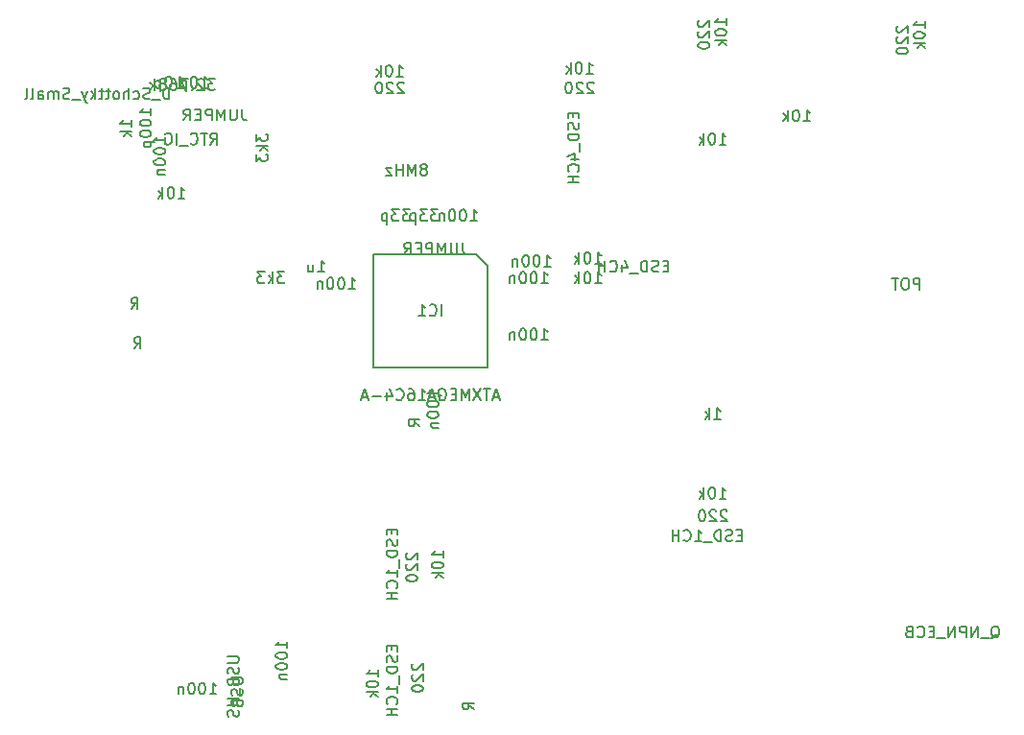
<source format=gbr>
G04 #@! TF.FileFunction,Other,Fab,Bot*
%FSLAX46Y46*%
G04 Gerber Fmt 4.6, Leading zero omitted, Abs format (unit mm)*
G04 Created by KiCad (PCBNEW 4.0.4+dfsg1-stable) date Tue Mar  7 14:42:26 2017*
%MOMM*%
%LPD*%
G01*
G04 APERTURE LIST*
%ADD10C,0.100000*%
%ADD11C,0.150000*%
G04 APERTURE END LIST*
D10*
D11*
X42836900Y47380100D02*
X33836900Y47380100D01*
X33836900Y47380100D02*
X33836900Y37380100D01*
X33836900Y37380100D02*
X43836900Y37380100D01*
X43836900Y37380100D02*
X43836900Y46380100D01*
X43836900Y46380100D02*
X42836900Y47380100D01*
X44860710Y34763433D02*
X44384519Y34763433D01*
X44955948Y34477719D02*
X44622615Y35477719D01*
X44289281Y34477719D01*
X44098805Y35477719D02*
X43527376Y35477719D01*
X43813091Y34477719D02*
X43813091Y35477719D01*
X43289281Y35477719D02*
X42622614Y34477719D01*
X42622614Y35477719D02*
X43289281Y34477719D01*
X42241662Y34477719D02*
X42241662Y35477719D01*
X41908328Y34763433D01*
X41574995Y35477719D01*
X41574995Y34477719D01*
X41098805Y35001529D02*
X40765471Y35001529D01*
X40622614Y34477719D02*
X41098805Y34477719D01*
X41098805Y35477719D01*
X40622614Y35477719D01*
X39670233Y35430100D02*
X39765471Y35477719D01*
X39908328Y35477719D01*
X40051186Y35430100D01*
X40146424Y35334862D01*
X40194043Y35239624D01*
X40241662Y35049148D01*
X40241662Y34906290D01*
X40194043Y34715814D01*
X40146424Y34620576D01*
X40051186Y34525338D01*
X39908328Y34477719D01*
X39813090Y34477719D01*
X39670233Y34525338D01*
X39622614Y34572957D01*
X39622614Y34906290D01*
X39813090Y34906290D01*
X39241662Y34763433D02*
X38765471Y34763433D01*
X39336900Y34477719D02*
X39003567Y35477719D01*
X38670233Y34477719D01*
X37813090Y34477719D02*
X38384519Y34477719D01*
X38098805Y34477719D02*
X38098805Y35477719D01*
X38194043Y35334862D01*
X38289281Y35239624D01*
X38384519Y35192005D01*
X36955947Y35477719D02*
X37146424Y35477719D01*
X37241662Y35430100D01*
X37289281Y35382481D01*
X37384519Y35239624D01*
X37432138Y35049148D01*
X37432138Y34668195D01*
X37384519Y34572957D01*
X37336900Y34525338D01*
X37241662Y34477719D01*
X37051185Y34477719D01*
X36955947Y34525338D01*
X36908328Y34572957D01*
X36860709Y34668195D01*
X36860709Y34906290D01*
X36908328Y35001529D01*
X36955947Y35049148D01*
X37051185Y35096767D01*
X37241662Y35096767D01*
X37336900Y35049148D01*
X37384519Y35001529D01*
X37432138Y34906290D01*
X35860709Y34572957D02*
X35908328Y34525338D01*
X36051185Y34477719D01*
X36146423Y34477719D01*
X36289281Y34525338D01*
X36384519Y34620576D01*
X36432138Y34715814D01*
X36479757Y34906290D01*
X36479757Y35049148D01*
X36432138Y35239624D01*
X36384519Y35334862D01*
X36289281Y35430100D01*
X36146423Y35477719D01*
X36051185Y35477719D01*
X35908328Y35430100D01*
X35860709Y35382481D01*
X35003566Y35144386D02*
X35003566Y34477719D01*
X35241662Y35525338D02*
X35479757Y34811052D01*
X34860709Y34811052D01*
X34479757Y34858671D02*
X33717852Y34858671D01*
X33289281Y34763433D02*
X32813090Y34763433D01*
X33384519Y34477719D02*
X33051186Y35477719D01*
X32717852Y34477719D01*
X39813090Y41927719D02*
X39813090Y42927719D01*
X38765471Y42022957D02*
X38813090Y41975338D01*
X38955947Y41927719D01*
X39051185Y41927719D01*
X39194043Y41975338D01*
X39289281Y42070576D01*
X39336900Y42165814D01*
X39384519Y42356290D01*
X39384519Y42499148D01*
X39336900Y42689624D01*
X39289281Y42784862D01*
X39194043Y42880100D01*
X39051185Y42927719D01*
X38955947Y42927719D01*
X38813090Y42880100D01*
X38765471Y42832481D01*
X37813090Y41927719D02*
X38384519Y41927719D01*
X38098805Y41927719D02*
X38098805Y42927719D01*
X38194043Y42784862D01*
X38289281Y42689624D01*
X38384519Y42642005D01*
X48619047Y44797619D02*
X49190476Y44797619D01*
X48904762Y44797619D02*
X48904762Y45797619D01*
X49000000Y45654762D01*
X49095238Y45559524D01*
X49190476Y45511905D01*
X48000000Y45797619D02*
X47904761Y45797619D01*
X47809523Y45750000D01*
X47761904Y45702381D01*
X47714285Y45607143D01*
X47666666Y45416667D01*
X47666666Y45178571D01*
X47714285Y44988095D01*
X47761904Y44892857D01*
X47809523Y44845238D01*
X47904761Y44797619D01*
X48000000Y44797619D01*
X48095238Y44845238D01*
X48142857Y44892857D01*
X48190476Y44988095D01*
X48238095Y45178571D01*
X48238095Y45416667D01*
X48190476Y45607143D01*
X48142857Y45702381D01*
X48095238Y45750000D01*
X48000000Y45797619D01*
X47047619Y45797619D02*
X46952380Y45797619D01*
X46857142Y45750000D01*
X46809523Y45702381D01*
X46761904Y45607143D01*
X46714285Y45416667D01*
X46714285Y45178571D01*
X46761904Y44988095D01*
X46809523Y44892857D01*
X46857142Y44845238D01*
X46952380Y44797619D01*
X47047619Y44797619D01*
X47142857Y44845238D01*
X47190476Y44892857D01*
X47238095Y44988095D01*
X47285714Y45178571D01*
X47285714Y45416667D01*
X47238095Y45607143D01*
X47190476Y45702381D01*
X47142857Y45750000D01*
X47047619Y45797619D01*
X46285714Y45464286D02*
X46285714Y44797619D01*
X46285714Y45369048D02*
X46238095Y45416667D01*
X46142857Y45464286D01*
X45999999Y45464286D01*
X45904761Y45416667D01*
X45857142Y45321429D01*
X45857142Y44797619D01*
X48869047Y46297619D02*
X49440476Y46297619D01*
X49154762Y46297619D02*
X49154762Y47297619D01*
X49250000Y47154762D01*
X49345238Y47059524D01*
X49440476Y47011905D01*
X48250000Y47297619D02*
X48154761Y47297619D01*
X48059523Y47250000D01*
X48011904Y47202381D01*
X47964285Y47107143D01*
X47916666Y46916667D01*
X47916666Y46678571D01*
X47964285Y46488095D01*
X48011904Y46392857D01*
X48059523Y46345238D01*
X48154761Y46297619D01*
X48250000Y46297619D01*
X48345238Y46345238D01*
X48392857Y46392857D01*
X48440476Y46488095D01*
X48488095Y46678571D01*
X48488095Y46916667D01*
X48440476Y47107143D01*
X48392857Y47202381D01*
X48345238Y47250000D01*
X48250000Y47297619D01*
X47297619Y47297619D02*
X47202380Y47297619D01*
X47107142Y47250000D01*
X47059523Y47202381D01*
X47011904Y47107143D01*
X46964285Y46916667D01*
X46964285Y46678571D01*
X47011904Y46488095D01*
X47059523Y46392857D01*
X47107142Y46345238D01*
X47202380Y46297619D01*
X47297619Y46297619D01*
X47392857Y46345238D01*
X47440476Y46392857D01*
X47488095Y46488095D01*
X47535714Y46678571D01*
X47535714Y46916667D01*
X47488095Y47107143D01*
X47440476Y47202381D01*
X47392857Y47250000D01*
X47297619Y47297619D01*
X46535714Y46964286D02*
X46535714Y46297619D01*
X46535714Y46869048D02*
X46488095Y46916667D01*
X46392857Y46964286D01*
X46249999Y46964286D01*
X46154761Y46916667D01*
X46107142Y46821429D01*
X46107142Y46297619D01*
X28916666Y45797619D02*
X29488095Y45797619D01*
X29202381Y45797619D02*
X29202381Y46797619D01*
X29297619Y46654762D01*
X29392857Y46559524D01*
X29488095Y46511905D01*
X28059523Y46464286D02*
X28059523Y45797619D01*
X28488095Y46464286D02*
X28488095Y45940476D01*
X28440476Y45845238D01*
X28345238Y45797619D01*
X28202380Y45797619D01*
X28107142Y45845238D01*
X28059523Y45892857D01*
X31619047Y44297619D02*
X32190476Y44297619D01*
X31904762Y44297619D02*
X31904762Y45297619D01*
X32000000Y45154762D01*
X32095238Y45059524D01*
X32190476Y45011905D01*
X31000000Y45297619D02*
X30904761Y45297619D01*
X30809523Y45250000D01*
X30761904Y45202381D01*
X30714285Y45107143D01*
X30666666Y44916667D01*
X30666666Y44678571D01*
X30714285Y44488095D01*
X30761904Y44392857D01*
X30809523Y44345238D01*
X30904761Y44297619D01*
X31000000Y44297619D01*
X31095238Y44345238D01*
X31142857Y44392857D01*
X31190476Y44488095D01*
X31238095Y44678571D01*
X31238095Y44916667D01*
X31190476Y45107143D01*
X31142857Y45202381D01*
X31095238Y45250000D01*
X31000000Y45297619D01*
X30047619Y45297619D02*
X29952380Y45297619D01*
X29857142Y45250000D01*
X29809523Y45202381D01*
X29761904Y45107143D01*
X29714285Y44916667D01*
X29714285Y44678571D01*
X29761904Y44488095D01*
X29809523Y44392857D01*
X29857142Y44345238D01*
X29952380Y44297619D01*
X30047619Y44297619D01*
X30142857Y44345238D01*
X30190476Y44392857D01*
X30238095Y44488095D01*
X30285714Y44678571D01*
X30285714Y44916667D01*
X30238095Y45107143D01*
X30190476Y45202381D01*
X30142857Y45250000D01*
X30047619Y45297619D01*
X29285714Y44964286D02*
X29285714Y44297619D01*
X29285714Y44869048D02*
X29238095Y44916667D01*
X29142857Y44964286D01*
X28999999Y44964286D01*
X28904761Y44916667D01*
X28857142Y44821429D01*
X28857142Y44297619D01*
X37011905Y51297619D02*
X36392857Y51297619D01*
X36726191Y50916667D01*
X36583333Y50916667D01*
X36488095Y50869048D01*
X36440476Y50821429D01*
X36392857Y50726190D01*
X36392857Y50488095D01*
X36440476Y50392857D01*
X36488095Y50345238D01*
X36583333Y50297619D01*
X36869048Y50297619D01*
X36964286Y50345238D01*
X37011905Y50392857D01*
X36059524Y51297619D02*
X35440476Y51297619D01*
X35773810Y50916667D01*
X35630952Y50916667D01*
X35535714Y50869048D01*
X35488095Y50821429D01*
X35440476Y50726190D01*
X35440476Y50488095D01*
X35488095Y50392857D01*
X35535714Y50345238D01*
X35630952Y50297619D01*
X35916667Y50297619D01*
X36011905Y50345238D01*
X36059524Y50392857D01*
X35011905Y50964286D02*
X35011905Y49964286D01*
X35011905Y50916667D02*
X34916667Y50964286D01*
X34726190Y50964286D01*
X34630952Y50916667D01*
X34583333Y50869048D01*
X34535714Y50773810D01*
X34535714Y50488095D01*
X34583333Y50392857D01*
X34630952Y50345238D01*
X34726190Y50297619D01*
X34916667Y50297619D01*
X35011905Y50345238D01*
X39511905Y51297619D02*
X38892857Y51297619D01*
X39226191Y50916667D01*
X39083333Y50916667D01*
X38988095Y50869048D01*
X38940476Y50821429D01*
X38892857Y50726190D01*
X38892857Y50488095D01*
X38940476Y50392857D01*
X38988095Y50345238D01*
X39083333Y50297619D01*
X39369048Y50297619D01*
X39464286Y50345238D01*
X39511905Y50392857D01*
X38559524Y51297619D02*
X37940476Y51297619D01*
X38273810Y50916667D01*
X38130952Y50916667D01*
X38035714Y50869048D01*
X37988095Y50821429D01*
X37940476Y50726190D01*
X37940476Y50488095D01*
X37988095Y50392857D01*
X38035714Y50345238D01*
X38130952Y50297619D01*
X38416667Y50297619D01*
X38511905Y50345238D01*
X38559524Y50392857D01*
X37511905Y50964286D02*
X37511905Y49964286D01*
X37511905Y50916667D02*
X37416667Y50964286D01*
X37226190Y50964286D01*
X37130952Y50916667D01*
X37083333Y50869048D01*
X37035714Y50773810D01*
X37035714Y50488095D01*
X37083333Y50392857D01*
X37130952Y50345238D01*
X37226190Y50297619D01*
X37416667Y50297619D01*
X37511905Y50345238D01*
X39552381Y34819047D02*
X39552381Y35390476D01*
X39552381Y35104762D02*
X38552381Y35104762D01*
X38695238Y35200000D01*
X38790476Y35295238D01*
X38838095Y35390476D01*
X38552381Y34200000D02*
X38552381Y34104761D01*
X38600000Y34009523D01*
X38647619Y33961904D01*
X38742857Y33914285D01*
X38933333Y33866666D01*
X39171429Y33866666D01*
X39361905Y33914285D01*
X39457143Y33961904D01*
X39504762Y34009523D01*
X39552381Y34104761D01*
X39552381Y34200000D01*
X39504762Y34295238D01*
X39457143Y34342857D01*
X39361905Y34390476D01*
X39171429Y34438095D01*
X38933333Y34438095D01*
X38742857Y34390476D01*
X38647619Y34342857D01*
X38600000Y34295238D01*
X38552381Y34200000D01*
X38552381Y33247619D02*
X38552381Y33152380D01*
X38600000Y33057142D01*
X38647619Y33009523D01*
X38742857Y32961904D01*
X38933333Y32914285D01*
X39171429Y32914285D01*
X39361905Y32961904D01*
X39457143Y33009523D01*
X39504762Y33057142D01*
X39552381Y33152380D01*
X39552381Y33247619D01*
X39504762Y33342857D01*
X39457143Y33390476D01*
X39361905Y33438095D01*
X39171429Y33485714D01*
X38933333Y33485714D01*
X38742857Y33438095D01*
X38647619Y33390476D01*
X38600000Y33342857D01*
X38552381Y33247619D01*
X38885714Y32485714D02*
X39552381Y32485714D01*
X38980952Y32485714D02*
X38933333Y32438095D01*
X38885714Y32342857D01*
X38885714Y32199999D01*
X38933333Y32104761D01*
X39028571Y32057142D01*
X39552381Y32057142D01*
X48619047Y39797619D02*
X49190476Y39797619D01*
X48904762Y39797619D02*
X48904762Y40797619D01*
X49000000Y40654762D01*
X49095238Y40559524D01*
X49190476Y40511905D01*
X48000000Y40797619D02*
X47904761Y40797619D01*
X47809523Y40750000D01*
X47761904Y40702381D01*
X47714285Y40607143D01*
X47666666Y40416667D01*
X47666666Y40178571D01*
X47714285Y39988095D01*
X47761904Y39892857D01*
X47809523Y39845238D01*
X47904761Y39797619D01*
X48000000Y39797619D01*
X48095238Y39845238D01*
X48142857Y39892857D01*
X48190476Y39988095D01*
X48238095Y40178571D01*
X48238095Y40416667D01*
X48190476Y40607143D01*
X48142857Y40702381D01*
X48095238Y40750000D01*
X48000000Y40797619D01*
X47047619Y40797619D02*
X46952380Y40797619D01*
X46857142Y40750000D01*
X46809523Y40702381D01*
X46761904Y40607143D01*
X46714285Y40416667D01*
X46714285Y40178571D01*
X46761904Y39988095D01*
X46809523Y39892857D01*
X46857142Y39845238D01*
X46952380Y39797619D01*
X47047619Y39797619D01*
X47142857Y39845238D01*
X47190476Y39892857D01*
X47238095Y39988095D01*
X47285714Y40178571D01*
X47285714Y40416667D01*
X47238095Y40607143D01*
X47190476Y40702381D01*
X47142857Y40750000D01*
X47047619Y40797619D01*
X46285714Y40464286D02*
X46285714Y39797619D01*
X46285714Y40369048D02*
X46238095Y40416667D01*
X46142857Y40464286D01*
X45999999Y40464286D01*
X45904761Y40416667D01*
X45857142Y40321429D01*
X45857142Y39797619D01*
X42369047Y50297619D02*
X42940476Y50297619D01*
X42654762Y50297619D02*
X42654762Y51297619D01*
X42750000Y51154762D01*
X42845238Y51059524D01*
X42940476Y51011905D01*
X41750000Y51297619D02*
X41654761Y51297619D01*
X41559523Y51250000D01*
X41511904Y51202381D01*
X41464285Y51107143D01*
X41416666Y50916667D01*
X41416666Y50678571D01*
X41464285Y50488095D01*
X41511904Y50392857D01*
X41559523Y50345238D01*
X41654761Y50297619D01*
X41750000Y50297619D01*
X41845238Y50345238D01*
X41892857Y50392857D01*
X41940476Y50488095D01*
X41988095Y50678571D01*
X41988095Y50916667D01*
X41940476Y51107143D01*
X41892857Y51202381D01*
X41845238Y51250000D01*
X41750000Y51297619D01*
X40797619Y51297619D02*
X40702380Y51297619D01*
X40607142Y51250000D01*
X40559523Y51202381D01*
X40511904Y51107143D01*
X40464285Y50916667D01*
X40464285Y50678571D01*
X40511904Y50488095D01*
X40559523Y50392857D01*
X40607142Y50345238D01*
X40702380Y50297619D01*
X40797619Y50297619D01*
X40892857Y50345238D01*
X40940476Y50392857D01*
X40988095Y50488095D01*
X41035714Y50678571D01*
X41035714Y50916667D01*
X40988095Y51107143D01*
X40940476Y51202381D01*
X40892857Y51250000D01*
X40797619Y51297619D01*
X40035714Y50964286D02*
X40035714Y50297619D01*
X40035714Y50869048D02*
X39988095Y50916667D01*
X39892857Y50964286D01*
X39749999Y50964286D01*
X39654761Y50916667D01*
X39607142Y50821429D01*
X39607142Y50297619D01*
X19369047Y8547619D02*
X19940476Y8547619D01*
X19654762Y8547619D02*
X19654762Y9547619D01*
X19750000Y9404762D01*
X19845238Y9309524D01*
X19940476Y9261905D01*
X18750000Y9547619D02*
X18654761Y9547619D01*
X18559523Y9500000D01*
X18511904Y9452381D01*
X18464285Y9357143D01*
X18416666Y9166667D01*
X18416666Y8928571D01*
X18464285Y8738095D01*
X18511904Y8642857D01*
X18559523Y8595238D01*
X18654761Y8547619D01*
X18750000Y8547619D01*
X18845238Y8595238D01*
X18892857Y8642857D01*
X18940476Y8738095D01*
X18988095Y8928571D01*
X18988095Y9166667D01*
X18940476Y9357143D01*
X18892857Y9452381D01*
X18845238Y9500000D01*
X18750000Y9547619D01*
X17797619Y9547619D02*
X17702380Y9547619D01*
X17607142Y9500000D01*
X17559523Y9452381D01*
X17511904Y9357143D01*
X17464285Y9166667D01*
X17464285Y8928571D01*
X17511904Y8738095D01*
X17559523Y8642857D01*
X17607142Y8595238D01*
X17702380Y8547619D01*
X17797619Y8547619D01*
X17892857Y8595238D01*
X17940476Y8642857D01*
X17988095Y8738095D01*
X18035714Y8928571D01*
X18035714Y9166667D01*
X17988095Y9357143D01*
X17940476Y9452381D01*
X17892857Y9500000D01*
X17797619Y9547619D01*
X17035714Y9214286D02*
X17035714Y8547619D01*
X17035714Y9119048D02*
X16988095Y9166667D01*
X16892857Y9214286D01*
X16749999Y9214286D01*
X16654761Y9166667D01*
X16607142Y9071429D01*
X16607142Y8547619D01*
X14202381Y59619047D02*
X14202381Y60190476D01*
X14202381Y59904762D02*
X13202381Y59904762D01*
X13345238Y60000000D01*
X13440476Y60095238D01*
X13488095Y60190476D01*
X13202381Y59000000D02*
X13202381Y58904761D01*
X13250000Y58809523D01*
X13297619Y58761904D01*
X13392857Y58714285D01*
X13583333Y58666666D01*
X13821429Y58666666D01*
X14011905Y58714285D01*
X14107143Y58761904D01*
X14154762Y58809523D01*
X14202381Y58904761D01*
X14202381Y59000000D01*
X14154762Y59095238D01*
X14107143Y59142857D01*
X14011905Y59190476D01*
X13821429Y59238095D01*
X13583333Y59238095D01*
X13392857Y59190476D01*
X13297619Y59142857D01*
X13250000Y59095238D01*
X13202381Y59000000D01*
X13202381Y58047619D02*
X13202381Y57952380D01*
X13250000Y57857142D01*
X13297619Y57809523D01*
X13392857Y57761904D01*
X13583333Y57714285D01*
X13821429Y57714285D01*
X14011905Y57761904D01*
X14107143Y57809523D01*
X14154762Y57857142D01*
X14202381Y57952380D01*
X14202381Y58047619D01*
X14154762Y58142857D01*
X14107143Y58190476D01*
X14011905Y58238095D01*
X13821429Y58285714D01*
X13583333Y58285714D01*
X13392857Y58238095D01*
X13297619Y58190476D01*
X13250000Y58142857D01*
X13202381Y58047619D01*
X13535714Y57285714D02*
X14535714Y57285714D01*
X13583333Y57285714D02*
X13535714Y57190476D01*
X13535714Y56999999D01*
X13583333Y56904761D01*
X13630952Y56857142D01*
X13726190Y56809523D01*
X14011905Y56809523D01*
X14107143Y56857142D01*
X14154762Y56904761D01*
X14202381Y56999999D01*
X14202381Y57190476D01*
X14154762Y57285714D01*
X15452381Y57119047D02*
X15452381Y57690476D01*
X15452381Y57404762D02*
X14452381Y57404762D01*
X14595238Y57500000D01*
X14690476Y57595238D01*
X14738095Y57690476D01*
X14452381Y56500000D02*
X14452381Y56404761D01*
X14500000Y56309523D01*
X14547619Y56261904D01*
X14642857Y56214285D01*
X14833333Y56166666D01*
X15071429Y56166666D01*
X15261905Y56214285D01*
X15357143Y56261904D01*
X15404762Y56309523D01*
X15452381Y56404761D01*
X15452381Y56500000D01*
X15404762Y56595238D01*
X15357143Y56642857D01*
X15261905Y56690476D01*
X15071429Y56738095D01*
X14833333Y56738095D01*
X14642857Y56690476D01*
X14547619Y56642857D01*
X14500000Y56595238D01*
X14452381Y56500000D01*
X14452381Y55547619D02*
X14452381Y55452380D01*
X14500000Y55357142D01*
X14547619Y55309523D01*
X14642857Y55261904D01*
X14833333Y55214285D01*
X15071429Y55214285D01*
X15261905Y55261904D01*
X15357143Y55309523D01*
X15404762Y55357142D01*
X15452381Y55452380D01*
X15452381Y55547619D01*
X15404762Y55642857D01*
X15357143Y55690476D01*
X15261905Y55738095D01*
X15071429Y55785714D01*
X14833333Y55785714D01*
X14642857Y55738095D01*
X14547619Y55690476D01*
X14500000Y55642857D01*
X14452381Y55547619D01*
X14785714Y54785714D02*
X15452381Y54785714D01*
X14880952Y54785714D02*
X14833333Y54738095D01*
X14785714Y54642857D01*
X14785714Y54499999D01*
X14833333Y54404761D01*
X14928571Y54357142D01*
X15452381Y54357142D01*
X18642857Y62047619D02*
X19214286Y62047619D01*
X18928572Y62047619D02*
X18928572Y63047619D01*
X19023810Y62904762D01*
X19119048Y62809524D01*
X19214286Y62761905D01*
X18023810Y63047619D02*
X17928571Y63047619D01*
X17833333Y63000000D01*
X17785714Y62952381D01*
X17738095Y62857143D01*
X17690476Y62666667D01*
X17690476Y62428571D01*
X17738095Y62238095D01*
X17785714Y62142857D01*
X17833333Y62095238D01*
X17928571Y62047619D01*
X18023810Y62047619D01*
X18119048Y62095238D01*
X18166667Y62142857D01*
X18214286Y62238095D01*
X18261905Y62428571D01*
X18261905Y62666667D01*
X18214286Y62857143D01*
X18166667Y62952381D01*
X18119048Y63000000D01*
X18023810Y63047619D01*
X17261905Y62714286D02*
X17261905Y61714286D01*
X17261905Y62666667D02*
X17166667Y62714286D01*
X16976190Y62714286D01*
X16880952Y62666667D01*
X16833333Y62619048D01*
X16785714Y62523810D01*
X16785714Y62238095D01*
X16833333Y62142857D01*
X16880952Y62095238D01*
X16976190Y62047619D01*
X17166667Y62047619D01*
X17261905Y62095238D01*
X16392857Y62047619D02*
X16964286Y62047619D01*
X16678572Y62047619D02*
X16678572Y63047619D01*
X16773810Y62904762D01*
X16869048Y62809524D01*
X16964286Y62761905D01*
X15773810Y63047619D02*
X15678571Y63047619D01*
X15583333Y63000000D01*
X15535714Y62952381D01*
X15488095Y62857143D01*
X15440476Y62666667D01*
X15440476Y62428571D01*
X15488095Y62238095D01*
X15535714Y62142857D01*
X15583333Y62095238D01*
X15678571Y62047619D01*
X15773810Y62047619D01*
X15869048Y62095238D01*
X15916667Y62142857D01*
X15964286Y62238095D01*
X16011905Y62428571D01*
X16011905Y62666667D01*
X15964286Y62857143D01*
X15916667Y62952381D01*
X15869048Y63000000D01*
X15773810Y63047619D01*
X15011905Y62714286D02*
X15011905Y61714286D01*
X15011905Y62666667D02*
X14916667Y62714286D01*
X14726190Y62714286D01*
X14630952Y62666667D01*
X14583333Y62619048D01*
X14535714Y62523810D01*
X14535714Y62238095D01*
X14583333Y62142857D01*
X14630952Y62095238D01*
X14726190Y62047619D01*
X14916667Y62047619D01*
X15011905Y62095238D01*
X15809525Y61047619D02*
X15809525Y62047619D01*
X15571430Y62047619D01*
X15428572Y62000000D01*
X15333334Y61904762D01*
X15285715Y61809524D01*
X15238096Y61619048D01*
X15238096Y61476190D01*
X15285715Y61285714D01*
X15333334Y61190476D01*
X15428572Y61095238D01*
X15571430Y61047619D01*
X15809525Y61047619D01*
X15047620Y60952381D02*
X14285715Y60952381D01*
X14095239Y61095238D02*
X13952382Y61047619D01*
X13714286Y61047619D01*
X13619048Y61095238D01*
X13571429Y61142857D01*
X13523810Y61238095D01*
X13523810Y61333333D01*
X13571429Y61428571D01*
X13619048Y61476190D01*
X13714286Y61523810D01*
X13904763Y61571429D01*
X14000001Y61619048D01*
X14047620Y61666667D01*
X14095239Y61761905D01*
X14095239Y61857143D01*
X14047620Y61952381D01*
X14000001Y62000000D01*
X13904763Y62047619D01*
X13666667Y62047619D01*
X13523810Y62000000D01*
X12666667Y61095238D02*
X12761905Y61047619D01*
X12952382Y61047619D01*
X13047620Y61095238D01*
X13095239Y61142857D01*
X13142858Y61238095D01*
X13142858Y61523810D01*
X13095239Y61619048D01*
X13047620Y61666667D01*
X12952382Y61714286D01*
X12761905Y61714286D01*
X12666667Y61666667D01*
X12238096Y61047619D02*
X12238096Y62047619D01*
X11809524Y61047619D02*
X11809524Y61571429D01*
X11857143Y61666667D01*
X11952381Y61714286D01*
X12095239Y61714286D01*
X12190477Y61666667D01*
X12238096Y61619048D01*
X11190477Y61047619D02*
X11285715Y61095238D01*
X11333334Y61142857D01*
X11380953Y61238095D01*
X11380953Y61523810D01*
X11333334Y61619048D01*
X11285715Y61666667D01*
X11190477Y61714286D01*
X11047619Y61714286D01*
X10952381Y61666667D01*
X10904762Y61619048D01*
X10857143Y61523810D01*
X10857143Y61238095D01*
X10904762Y61142857D01*
X10952381Y61095238D01*
X11047619Y61047619D01*
X11190477Y61047619D01*
X10571429Y61714286D02*
X10190477Y61714286D01*
X10428572Y62047619D02*
X10428572Y61190476D01*
X10380953Y61095238D01*
X10285715Y61047619D01*
X10190477Y61047619D01*
X10000000Y61714286D02*
X9619048Y61714286D01*
X9857143Y62047619D02*
X9857143Y61190476D01*
X9809524Y61095238D01*
X9714286Y61047619D01*
X9619048Y61047619D01*
X9285714Y61047619D02*
X9285714Y62047619D01*
X9190476Y61428571D02*
X8904761Y61047619D01*
X8904761Y61714286D02*
X9285714Y61333333D01*
X8571428Y61714286D02*
X8333333Y61047619D01*
X8095237Y61714286D02*
X8333333Y61047619D01*
X8428571Y60809524D01*
X8476190Y60761905D01*
X8571428Y60714286D01*
X7952380Y60952381D02*
X7190475Y60952381D01*
X6999999Y61095238D02*
X6857142Y61047619D01*
X6619046Y61047619D01*
X6523808Y61095238D01*
X6476189Y61142857D01*
X6428570Y61238095D01*
X6428570Y61333333D01*
X6476189Y61428571D01*
X6523808Y61476190D01*
X6619046Y61523810D01*
X6809523Y61571429D01*
X6904761Y61619048D01*
X6952380Y61666667D01*
X6999999Y61761905D01*
X6999999Y61857143D01*
X6952380Y61952381D01*
X6904761Y62000000D01*
X6809523Y62047619D01*
X6571427Y62047619D01*
X6428570Y62000000D01*
X5999999Y61047619D02*
X5999999Y61714286D01*
X5999999Y61619048D02*
X5952380Y61666667D01*
X5857142Y61714286D01*
X5714284Y61714286D01*
X5619046Y61666667D01*
X5571427Y61571429D01*
X5571427Y61047619D01*
X5571427Y61571429D02*
X5523808Y61666667D01*
X5428570Y61714286D01*
X5285713Y61714286D01*
X5190475Y61666667D01*
X5142856Y61571429D01*
X5142856Y61047619D01*
X4238094Y61047619D02*
X4238094Y61571429D01*
X4285713Y61666667D01*
X4380951Y61714286D01*
X4571428Y61714286D01*
X4666666Y61666667D01*
X4238094Y61095238D02*
X4333332Y61047619D01*
X4571428Y61047619D01*
X4666666Y61095238D01*
X4714285Y61190476D01*
X4714285Y61285714D01*
X4666666Y61380952D01*
X4571428Y61428571D01*
X4333332Y61428571D01*
X4238094Y61476190D01*
X3619047Y61047619D02*
X3714285Y61095238D01*
X3761904Y61190476D01*
X3761904Y62047619D01*
X3095237Y61047619D02*
X3190475Y61095238D01*
X3238094Y61190476D01*
X3238094Y62047619D01*
X59821429Y46321429D02*
X59488095Y46321429D01*
X59345238Y45797619D02*
X59821429Y45797619D01*
X59821429Y46797619D01*
X59345238Y46797619D01*
X58964286Y45845238D02*
X58821429Y45797619D01*
X58583333Y45797619D01*
X58488095Y45845238D01*
X58440476Y45892857D01*
X58392857Y45988095D01*
X58392857Y46083333D01*
X58440476Y46178571D01*
X58488095Y46226190D01*
X58583333Y46273810D01*
X58773810Y46321429D01*
X58869048Y46369048D01*
X58916667Y46416667D01*
X58964286Y46511905D01*
X58964286Y46607143D01*
X58916667Y46702381D01*
X58869048Y46750000D01*
X58773810Y46797619D01*
X58535714Y46797619D01*
X58392857Y46750000D01*
X57964286Y45797619D02*
X57964286Y46797619D01*
X57726191Y46797619D01*
X57583333Y46750000D01*
X57488095Y46654762D01*
X57440476Y46559524D01*
X57392857Y46369048D01*
X57392857Y46226190D01*
X57440476Y46035714D01*
X57488095Y45940476D01*
X57583333Y45845238D01*
X57726191Y45797619D01*
X57964286Y45797619D01*
X57202381Y45702381D02*
X56440476Y45702381D01*
X55773809Y46464286D02*
X55773809Y45797619D01*
X56011905Y46845238D02*
X56250000Y46130952D01*
X55630952Y46130952D01*
X54678571Y45892857D02*
X54726190Y45845238D01*
X54869047Y45797619D01*
X54964285Y45797619D01*
X55107143Y45845238D01*
X55202381Y45940476D01*
X55250000Y46035714D01*
X55297619Y46226190D01*
X55297619Y46369048D01*
X55250000Y46559524D01*
X55202381Y46654762D01*
X55107143Y46750000D01*
X54964285Y46797619D01*
X54869047Y46797619D01*
X54726190Y46750000D01*
X54678571Y46702381D01*
X54250000Y45797619D02*
X54250000Y46797619D01*
X54250000Y46321429D02*
X53678571Y46321429D01*
X53678571Y45797619D02*
X53678571Y46797619D01*
X51428571Y59821429D02*
X51428571Y59488095D01*
X51952381Y59345238D02*
X51952381Y59821429D01*
X50952381Y59821429D01*
X50952381Y59345238D01*
X51904762Y58964286D02*
X51952381Y58821429D01*
X51952381Y58583333D01*
X51904762Y58488095D01*
X51857143Y58440476D01*
X51761905Y58392857D01*
X51666667Y58392857D01*
X51571429Y58440476D01*
X51523810Y58488095D01*
X51476190Y58583333D01*
X51428571Y58773810D01*
X51380952Y58869048D01*
X51333333Y58916667D01*
X51238095Y58964286D01*
X51142857Y58964286D01*
X51047619Y58916667D01*
X51000000Y58869048D01*
X50952381Y58773810D01*
X50952381Y58535714D01*
X51000000Y58392857D01*
X51952381Y57964286D02*
X50952381Y57964286D01*
X50952381Y57726191D01*
X51000000Y57583333D01*
X51095238Y57488095D01*
X51190476Y57440476D01*
X51380952Y57392857D01*
X51523810Y57392857D01*
X51714286Y57440476D01*
X51809524Y57488095D01*
X51904762Y57583333D01*
X51952381Y57726191D01*
X51952381Y57964286D01*
X52047619Y57202381D02*
X52047619Y56440476D01*
X51285714Y55773809D02*
X51952381Y55773809D01*
X50904762Y56011905D02*
X51619048Y56250000D01*
X51619048Y55630952D01*
X51857143Y54678571D02*
X51904762Y54726190D01*
X51952381Y54869047D01*
X51952381Y54964285D01*
X51904762Y55107143D01*
X51809524Y55202381D01*
X51714286Y55250000D01*
X51523810Y55297619D01*
X51380952Y55297619D01*
X51190476Y55250000D01*
X51095238Y55202381D01*
X51000000Y55107143D01*
X50952381Y54964285D01*
X50952381Y54869047D01*
X51000000Y54726190D01*
X51047619Y54678571D01*
X51952381Y54250000D02*
X50952381Y54250000D01*
X51428571Y54250000D02*
X51428571Y53678571D01*
X51952381Y53678571D02*
X50952381Y53678571D01*
X20952381Y11892857D02*
X21761905Y11892857D01*
X21857143Y11845238D01*
X21904762Y11797619D01*
X21952381Y11702381D01*
X21952381Y11511904D01*
X21904762Y11416666D01*
X21857143Y11369047D01*
X21761905Y11321428D01*
X20952381Y11321428D01*
X21904762Y10892857D02*
X21952381Y10750000D01*
X21952381Y10511904D01*
X21904762Y10416666D01*
X21857143Y10369047D01*
X21761905Y10321428D01*
X21666667Y10321428D01*
X21571429Y10369047D01*
X21523810Y10416666D01*
X21476190Y10511904D01*
X21428571Y10702381D01*
X21380952Y10797619D01*
X21333333Y10845238D01*
X21238095Y10892857D01*
X21142857Y10892857D01*
X21047619Y10845238D01*
X21000000Y10797619D01*
X20952381Y10702381D01*
X20952381Y10464285D01*
X21000000Y10321428D01*
X21428571Y9559523D02*
X21476190Y9416666D01*
X21523810Y9369047D01*
X21619048Y9321428D01*
X21761905Y9321428D01*
X21857143Y9369047D01*
X21904762Y9416666D01*
X21952381Y9511904D01*
X21952381Y9892857D01*
X20952381Y9892857D01*
X20952381Y9559523D01*
X21000000Y9464285D01*
X21047619Y9416666D01*
X21142857Y9369047D01*
X21238095Y9369047D01*
X21333333Y9416666D01*
X21380952Y9464285D01*
X21428571Y9559523D01*
X21428571Y9892857D01*
X22047619Y9130952D02*
X22047619Y8369047D01*
X21952381Y8130952D02*
X20952381Y8130952D01*
X21428571Y8130952D02*
X21428571Y7559523D01*
X21952381Y7559523D02*
X20952381Y7559523D01*
X21904762Y7130952D02*
X21952381Y6988095D01*
X21952381Y6749999D01*
X21904762Y6654761D01*
X21857143Y6607142D01*
X21761905Y6559523D01*
X21666667Y6559523D01*
X21571429Y6607142D01*
X21523810Y6654761D01*
X21476190Y6749999D01*
X21428571Y6940476D01*
X21380952Y7035714D01*
X21333333Y7083333D01*
X21238095Y7130952D01*
X21142857Y7130952D01*
X21047619Y7083333D01*
X21000000Y7035714D01*
X20952381Y6940476D01*
X20952381Y6702380D01*
X21000000Y6559523D01*
X88280812Y13451401D02*
X88376050Y13499020D01*
X88471288Y13594258D01*
X88614145Y13737115D01*
X88709384Y13784734D01*
X88804622Y13784734D01*
X88757003Y13546639D02*
X88852241Y13594258D01*
X88947479Y13689496D01*
X88995098Y13879972D01*
X88995098Y14213306D01*
X88947479Y14403782D01*
X88852241Y14499020D01*
X88757003Y14546639D01*
X88566526Y14546639D01*
X88471288Y14499020D01*
X88376050Y14403782D01*
X88328431Y14213306D01*
X88328431Y13879972D01*
X88376050Y13689496D01*
X88471288Y13594258D01*
X88566526Y13546639D01*
X88757003Y13546639D01*
X88137955Y13451401D02*
X87376050Y13451401D01*
X87137955Y13546639D02*
X87137955Y14546639D01*
X86566526Y13546639D01*
X86566526Y14546639D01*
X86090336Y13546639D02*
X86090336Y14546639D01*
X85709383Y14546639D01*
X85614145Y14499020D01*
X85566526Y14451401D01*
X85518907Y14356163D01*
X85518907Y14213306D01*
X85566526Y14118068D01*
X85614145Y14070449D01*
X85709383Y14022830D01*
X86090336Y14022830D01*
X85090336Y13546639D02*
X85090336Y14546639D01*
X84518907Y13546639D01*
X84518907Y14546639D01*
X84280812Y13451401D02*
X83518907Y13451401D01*
X83280812Y14070449D02*
X82947478Y14070449D01*
X82804621Y13546639D02*
X83280812Y13546639D01*
X83280812Y14546639D01*
X82804621Y14546639D01*
X81804621Y13641877D02*
X81852240Y13594258D01*
X81995097Y13546639D01*
X82090335Y13546639D01*
X82233193Y13594258D01*
X82328431Y13689496D01*
X82376050Y13784734D01*
X82423669Y13975210D01*
X82423669Y14118068D01*
X82376050Y14308544D01*
X82328431Y14403782D01*
X82233193Y14499020D01*
X82090335Y14546639D01*
X81995097Y14546639D01*
X81852240Y14499020D01*
X81804621Y14451401D01*
X81042716Y14070449D02*
X80899859Y14022830D01*
X80852240Y13975210D01*
X80804621Y13879972D01*
X80804621Y13737115D01*
X80852240Y13641877D01*
X80899859Y13594258D01*
X80995097Y13546639D01*
X81376050Y13546639D01*
X81376050Y14546639D01*
X81042716Y14546639D01*
X80947478Y14499020D01*
X80899859Y14451401D01*
X80852240Y14356163D01*
X80852240Y14260925D01*
X80899859Y14165687D01*
X80947478Y14118068D01*
X81042716Y14070449D01*
X81376050Y14070449D01*
X53345238Y44797619D02*
X53916667Y44797619D01*
X53630953Y44797619D02*
X53630953Y45797619D01*
X53726191Y45654762D01*
X53821429Y45559524D01*
X53916667Y45511905D01*
X52726191Y45797619D02*
X52630952Y45797619D01*
X52535714Y45750000D01*
X52488095Y45702381D01*
X52440476Y45607143D01*
X52392857Y45416667D01*
X52392857Y45178571D01*
X52440476Y44988095D01*
X52488095Y44892857D01*
X52535714Y44845238D01*
X52630952Y44797619D01*
X52726191Y44797619D01*
X52821429Y44845238D01*
X52869048Y44892857D01*
X52916667Y44988095D01*
X52964286Y45178571D01*
X52964286Y45416667D01*
X52916667Y45607143D01*
X52869048Y45702381D01*
X52821429Y45750000D01*
X52726191Y45797619D01*
X51964286Y44797619D02*
X51964286Y45797619D01*
X51869048Y45178571D02*
X51583333Y44797619D01*
X51583333Y45464286D02*
X51964286Y45083333D01*
X71745238Y59097619D02*
X72316667Y59097619D01*
X72030953Y59097619D02*
X72030953Y60097619D01*
X72126191Y59954762D01*
X72221429Y59859524D01*
X72316667Y59811905D01*
X71126191Y60097619D02*
X71030952Y60097619D01*
X70935714Y60050000D01*
X70888095Y60002381D01*
X70840476Y59907143D01*
X70792857Y59716667D01*
X70792857Y59478571D01*
X70840476Y59288095D01*
X70888095Y59192857D01*
X70935714Y59145238D01*
X71030952Y59097619D01*
X71126191Y59097619D01*
X71221429Y59145238D01*
X71269048Y59192857D01*
X71316667Y59288095D01*
X71364286Y59478571D01*
X71364286Y59716667D01*
X71316667Y59907143D01*
X71269048Y60002381D01*
X71221429Y60050000D01*
X71126191Y60097619D01*
X70364286Y59097619D02*
X70364286Y60097619D01*
X70269048Y59478571D02*
X69983333Y59097619D01*
X69983333Y59764286D02*
X70364286Y59383333D01*
X80047619Y67488095D02*
X80000000Y67440476D01*
X79952381Y67345238D01*
X79952381Y67107142D01*
X80000000Y67011904D01*
X80047619Y66964285D01*
X80142857Y66916666D01*
X80238095Y66916666D01*
X80380952Y66964285D01*
X80952381Y67535714D01*
X80952381Y66916666D01*
X80047619Y66535714D02*
X80000000Y66488095D01*
X79952381Y66392857D01*
X79952381Y66154761D01*
X80000000Y66059523D01*
X80047619Y66011904D01*
X80142857Y65964285D01*
X80238095Y65964285D01*
X80380952Y66011904D01*
X80952381Y66583333D01*
X80952381Y65964285D01*
X79952381Y65345238D02*
X79952381Y65249999D01*
X80000000Y65154761D01*
X80047619Y65107142D01*
X80142857Y65059523D01*
X80333333Y65011904D01*
X80571429Y65011904D01*
X80761905Y65059523D01*
X80857143Y65107142D01*
X80904762Y65154761D01*
X80952381Y65249999D01*
X80952381Y65345238D01*
X80904762Y65440476D01*
X80857143Y65488095D01*
X80761905Y65535714D01*
X80571429Y65583333D01*
X80333333Y65583333D01*
X80142857Y65535714D01*
X80047619Y65488095D01*
X80000000Y65440476D01*
X79952381Y65345238D01*
X62547619Y67988095D02*
X62500000Y67940476D01*
X62452381Y67845238D01*
X62452381Y67607142D01*
X62500000Y67511904D01*
X62547619Y67464285D01*
X62642857Y67416666D01*
X62738095Y67416666D01*
X62880952Y67464285D01*
X63452381Y68035714D01*
X63452381Y67416666D01*
X62547619Y67035714D02*
X62500000Y66988095D01*
X62452381Y66892857D01*
X62452381Y66654761D01*
X62500000Y66559523D01*
X62547619Y66511904D01*
X62642857Y66464285D01*
X62738095Y66464285D01*
X62880952Y66511904D01*
X63452381Y67083333D01*
X63452381Y66464285D01*
X62452381Y65845238D02*
X62452381Y65749999D01*
X62500000Y65654761D01*
X62547619Y65607142D01*
X62642857Y65559523D01*
X62833333Y65511904D01*
X63071429Y65511904D01*
X63261905Y65559523D01*
X63357143Y65607142D01*
X63404762Y65654761D01*
X63452381Y65749999D01*
X63452381Y65845238D01*
X63404762Y65940476D01*
X63357143Y65988095D01*
X63261905Y66035714D01*
X63071429Y66083333D01*
X62833333Y66083333D01*
X62642857Y66035714D01*
X62547619Y65988095D01*
X62500000Y65940476D01*
X62452381Y65845238D01*
X64988095Y24702381D02*
X64940476Y24750000D01*
X64845238Y24797619D01*
X64607142Y24797619D01*
X64511904Y24750000D01*
X64464285Y24702381D01*
X64416666Y24607143D01*
X64416666Y24511905D01*
X64464285Y24369048D01*
X65035714Y23797619D01*
X64416666Y23797619D01*
X64035714Y24702381D02*
X63988095Y24750000D01*
X63892857Y24797619D01*
X63654761Y24797619D01*
X63559523Y24750000D01*
X63511904Y24702381D01*
X63464285Y24607143D01*
X63464285Y24511905D01*
X63511904Y24369048D01*
X64083333Y23797619D01*
X63464285Y23797619D01*
X62845238Y24797619D02*
X62749999Y24797619D01*
X62654761Y24750000D01*
X62607142Y24702381D01*
X62559523Y24607143D01*
X62511904Y24416667D01*
X62511904Y24178571D01*
X62559523Y23988095D01*
X62607142Y23892857D01*
X62654761Y23845238D01*
X62749999Y23797619D01*
X62845238Y23797619D01*
X62940476Y23845238D01*
X62988095Y23892857D01*
X63035714Y23988095D01*
X63083333Y24178571D01*
X63083333Y24416667D01*
X63035714Y24607143D01*
X62988095Y24702381D01*
X62940476Y24750000D01*
X62845238Y24797619D01*
X82452381Y67345238D02*
X82452381Y67916667D01*
X82452381Y67630953D02*
X81452381Y67630953D01*
X81595238Y67726191D01*
X81690476Y67821429D01*
X81738095Y67916667D01*
X81452381Y66726191D02*
X81452381Y66630952D01*
X81500000Y66535714D01*
X81547619Y66488095D01*
X81642857Y66440476D01*
X81833333Y66392857D01*
X82071429Y66392857D01*
X82261905Y66440476D01*
X82357143Y66488095D01*
X82404762Y66535714D01*
X82452381Y66630952D01*
X82452381Y66726191D01*
X82404762Y66821429D01*
X82357143Y66869048D01*
X82261905Y66916667D01*
X82071429Y66964286D01*
X81833333Y66964286D01*
X81642857Y66916667D01*
X81547619Y66869048D01*
X81500000Y66821429D01*
X81452381Y66726191D01*
X82452381Y65964286D02*
X81452381Y65964286D01*
X82071429Y65869048D02*
X82452381Y65583333D01*
X81785714Y65583333D02*
X82166667Y65964286D01*
X64952381Y67595238D02*
X64952381Y68166667D01*
X64952381Y67880953D02*
X63952381Y67880953D01*
X64095238Y67976191D01*
X64190476Y68071429D01*
X64238095Y68166667D01*
X63952381Y66976191D02*
X63952381Y66880952D01*
X64000000Y66785714D01*
X64047619Y66738095D01*
X64142857Y66690476D01*
X64333333Y66642857D01*
X64571429Y66642857D01*
X64761905Y66690476D01*
X64857143Y66738095D01*
X64904762Y66785714D01*
X64952381Y66880952D01*
X64952381Y66976191D01*
X64904762Y67071429D01*
X64857143Y67119048D01*
X64761905Y67166667D01*
X64571429Y67214286D01*
X64333333Y67214286D01*
X64142857Y67166667D01*
X64047619Y67119048D01*
X64000000Y67071429D01*
X63952381Y66976191D01*
X64952381Y66214286D02*
X63952381Y66214286D01*
X64571429Y66119048D02*
X64952381Y65833333D01*
X64285714Y65833333D02*
X64666667Y66214286D01*
X64345238Y25797619D02*
X64916667Y25797619D01*
X64630953Y25797619D02*
X64630953Y26797619D01*
X64726191Y26654762D01*
X64821429Y26559524D01*
X64916667Y26511905D01*
X63726191Y26797619D02*
X63630952Y26797619D01*
X63535714Y26750000D01*
X63488095Y26702381D01*
X63440476Y26607143D01*
X63392857Y26416667D01*
X63392857Y26178571D01*
X63440476Y25988095D01*
X63488095Y25892857D01*
X63535714Y25845238D01*
X63630952Y25797619D01*
X63726191Y25797619D01*
X63821429Y25845238D01*
X63869048Y25892857D01*
X63916667Y25988095D01*
X63964286Y26178571D01*
X63964286Y26416667D01*
X63916667Y26607143D01*
X63869048Y26702381D01*
X63821429Y26750000D01*
X63726191Y26797619D01*
X62964286Y25797619D02*
X62964286Y26797619D01*
X62869048Y26178571D02*
X62583333Y25797619D01*
X62583333Y26464286D02*
X62964286Y26083333D01*
X64345238Y57047619D02*
X64916667Y57047619D01*
X64630953Y57047619D02*
X64630953Y58047619D01*
X64726191Y57904762D01*
X64821429Y57809524D01*
X64916667Y57761905D01*
X63726191Y58047619D02*
X63630952Y58047619D01*
X63535714Y58000000D01*
X63488095Y57952381D01*
X63440476Y57857143D01*
X63392857Y57666667D01*
X63392857Y57428571D01*
X63440476Y57238095D01*
X63488095Y57142857D01*
X63535714Y57095238D01*
X63630952Y57047619D01*
X63726191Y57047619D01*
X63821429Y57095238D01*
X63869048Y57142857D01*
X63916667Y57238095D01*
X63964286Y57428571D01*
X63964286Y57666667D01*
X63916667Y57857143D01*
X63869048Y57952381D01*
X63821429Y58000000D01*
X63726191Y58047619D01*
X62964286Y57047619D02*
X62964286Y58047619D01*
X62869048Y57428571D02*
X62583333Y57047619D01*
X62583333Y57714286D02*
X62964286Y57333333D01*
X36488095Y62452381D02*
X36440476Y62500000D01*
X36345238Y62547619D01*
X36107142Y62547619D01*
X36011904Y62500000D01*
X35964285Y62452381D01*
X35916666Y62357143D01*
X35916666Y62261905D01*
X35964285Y62119048D01*
X36535714Y61547619D01*
X35916666Y61547619D01*
X35535714Y62452381D02*
X35488095Y62500000D01*
X35392857Y62547619D01*
X35154761Y62547619D01*
X35059523Y62500000D01*
X35011904Y62452381D01*
X34964285Y62357143D01*
X34964285Y62261905D01*
X35011904Y62119048D01*
X35583333Y61547619D01*
X34964285Y61547619D01*
X34345238Y62547619D02*
X34249999Y62547619D01*
X34154761Y62500000D01*
X34107142Y62452381D01*
X34059523Y62357143D01*
X34011904Y62166667D01*
X34011904Y61928571D01*
X34059523Y61738095D01*
X34107142Y61642857D01*
X34154761Y61595238D01*
X34249999Y61547619D01*
X34345238Y61547619D01*
X34440476Y61595238D01*
X34488095Y61642857D01*
X34535714Y61738095D01*
X34583333Y61928571D01*
X34583333Y62166667D01*
X34535714Y62357143D01*
X34488095Y62452381D01*
X34440476Y62500000D01*
X34345238Y62547619D01*
X53238095Y62452381D02*
X53190476Y62500000D01*
X53095238Y62547619D01*
X52857142Y62547619D01*
X52761904Y62500000D01*
X52714285Y62452381D01*
X52666666Y62357143D01*
X52666666Y62261905D01*
X52714285Y62119048D01*
X53285714Y61547619D01*
X52666666Y61547619D01*
X52285714Y62452381D02*
X52238095Y62500000D01*
X52142857Y62547619D01*
X51904761Y62547619D01*
X51809523Y62500000D01*
X51761904Y62452381D01*
X51714285Y62357143D01*
X51714285Y62261905D01*
X51761904Y62119048D01*
X52333333Y61547619D01*
X51714285Y61547619D01*
X51095238Y62547619D02*
X50999999Y62547619D01*
X50904761Y62500000D01*
X50857142Y62452381D01*
X50809523Y62357143D01*
X50761904Y62166667D01*
X50761904Y61928571D01*
X50809523Y61738095D01*
X50857142Y61642857D01*
X50904761Y61595238D01*
X50999999Y61547619D01*
X51095238Y61547619D01*
X51190476Y61595238D01*
X51238095Y61642857D01*
X51285714Y61738095D01*
X51333333Y61928571D01*
X51333333Y62166667D01*
X51285714Y62357143D01*
X51238095Y62452381D01*
X51190476Y62500000D01*
X51095238Y62547619D01*
X53345238Y46547619D02*
X53916667Y46547619D01*
X53630953Y46547619D02*
X53630953Y47547619D01*
X53726191Y47404762D01*
X53821429Y47309524D01*
X53916667Y47261905D01*
X52726191Y47547619D02*
X52630952Y47547619D01*
X52535714Y47500000D01*
X52488095Y47452381D01*
X52440476Y47357143D01*
X52392857Y47166667D01*
X52392857Y46928571D01*
X52440476Y46738095D01*
X52488095Y46642857D01*
X52535714Y46595238D01*
X52630952Y46547619D01*
X52726191Y46547619D01*
X52821429Y46595238D01*
X52869048Y46642857D01*
X52916667Y46738095D01*
X52964286Y46928571D01*
X52964286Y47166667D01*
X52916667Y47357143D01*
X52869048Y47452381D01*
X52821429Y47500000D01*
X52726191Y47547619D01*
X51964286Y46547619D02*
X51964286Y47547619D01*
X51869048Y46928571D02*
X51583333Y46547619D01*
X51583333Y47214286D02*
X51964286Y46833333D01*
X35845238Y63047619D02*
X36416667Y63047619D01*
X36130953Y63047619D02*
X36130953Y64047619D01*
X36226191Y63904762D01*
X36321429Y63809524D01*
X36416667Y63761905D01*
X35226191Y64047619D02*
X35130952Y64047619D01*
X35035714Y64000000D01*
X34988095Y63952381D01*
X34940476Y63857143D01*
X34892857Y63666667D01*
X34892857Y63428571D01*
X34940476Y63238095D01*
X34988095Y63142857D01*
X35035714Y63095238D01*
X35130952Y63047619D01*
X35226191Y63047619D01*
X35321429Y63095238D01*
X35369048Y63142857D01*
X35416667Y63238095D01*
X35464286Y63428571D01*
X35464286Y63666667D01*
X35416667Y63857143D01*
X35369048Y63952381D01*
X35321429Y64000000D01*
X35226191Y64047619D01*
X34464286Y63047619D02*
X34464286Y64047619D01*
X34369048Y63428571D02*
X34083333Y63047619D01*
X34083333Y63714286D02*
X34464286Y63333333D01*
X52595238Y63297619D02*
X53166667Y63297619D01*
X52880953Y63297619D02*
X52880953Y64297619D01*
X52976191Y64154762D01*
X53071429Y64059524D01*
X53166667Y64011905D01*
X51976191Y64297619D02*
X51880952Y64297619D01*
X51785714Y64250000D01*
X51738095Y64202381D01*
X51690476Y64107143D01*
X51642857Y63916667D01*
X51642857Y63678571D01*
X51690476Y63488095D01*
X51738095Y63392857D01*
X51785714Y63345238D01*
X51880952Y63297619D01*
X51976191Y63297619D01*
X52071429Y63345238D01*
X52119048Y63392857D01*
X52166667Y63488095D01*
X52214286Y63678571D01*
X52214286Y63916667D01*
X52166667Y64107143D01*
X52119048Y64202381D01*
X52071429Y64250000D01*
X51976191Y64297619D01*
X51214286Y63297619D02*
X51214286Y64297619D01*
X51119048Y63678571D02*
X50833333Y63297619D01*
X50833333Y63964286D02*
X51214286Y63583333D01*
X12690476Y39047619D02*
X13023810Y39523810D01*
X13261905Y39047619D02*
X13261905Y40047619D01*
X12880952Y40047619D01*
X12785714Y40000000D01*
X12738095Y39952381D01*
X12690476Y39857143D01*
X12690476Y39714286D01*
X12738095Y39619048D01*
X12785714Y39571429D01*
X12880952Y39523810D01*
X13261905Y39523810D01*
X12440476Y42547619D02*
X12773810Y43023810D01*
X13011905Y42547619D02*
X13011905Y43547619D01*
X12630952Y43547619D01*
X12535714Y43500000D01*
X12488095Y43452381D01*
X12440476Y43357143D01*
X12440476Y43214286D01*
X12488095Y43119048D01*
X12535714Y43071429D01*
X12630952Y43023810D01*
X13011905Y43023810D01*
X25964286Y45797619D02*
X25345238Y45797619D01*
X25678572Y45416667D01*
X25535714Y45416667D01*
X25440476Y45369048D01*
X25392857Y45321429D01*
X25345238Y45226190D01*
X25345238Y44988095D01*
X25392857Y44892857D01*
X25440476Y44845238D01*
X25535714Y44797619D01*
X25821429Y44797619D01*
X25916667Y44845238D01*
X25964286Y44892857D01*
X24916667Y44797619D02*
X24916667Y45797619D01*
X24821429Y45178571D02*
X24535714Y44797619D01*
X24535714Y45464286D02*
X24916667Y45083333D01*
X24202381Y45797619D02*
X23583333Y45797619D01*
X23916667Y45416667D01*
X23773809Y45416667D01*
X23678571Y45369048D01*
X23630952Y45321429D01*
X23583333Y45226190D01*
X23583333Y44988095D01*
X23630952Y44892857D01*
X23678571Y44845238D01*
X23773809Y44797619D01*
X24059524Y44797619D01*
X24154762Y44845238D01*
X24202381Y44892857D01*
X23452381Y57964286D02*
X23452381Y57345238D01*
X23833333Y57678572D01*
X23833333Y57535714D01*
X23880952Y57440476D01*
X23928571Y57392857D01*
X24023810Y57345238D01*
X24261905Y57345238D01*
X24357143Y57392857D01*
X24404762Y57440476D01*
X24452381Y57535714D01*
X24452381Y57821429D01*
X24404762Y57916667D01*
X24357143Y57964286D01*
X24452381Y56916667D02*
X23452381Y56916667D01*
X24071429Y56821429D02*
X24452381Y56535714D01*
X23785714Y56535714D02*
X24166667Y56916667D01*
X23452381Y56202381D02*
X23452381Y55583333D01*
X23833333Y55916667D01*
X23833333Y55773809D01*
X23880952Y55678571D01*
X23928571Y55630952D01*
X24023810Y55583333D01*
X24261905Y55583333D01*
X24357143Y55630952D01*
X24404762Y55678571D01*
X24452381Y55773809D01*
X24452381Y56059524D01*
X24404762Y56154762D01*
X24357143Y56202381D01*
X37902381Y32190476D02*
X37426190Y32523810D01*
X37902381Y32761905D02*
X36902381Y32761905D01*
X36902381Y32380952D01*
X36950000Y32285714D01*
X36997619Y32238095D01*
X37092857Y32190476D01*
X37235714Y32190476D01*
X37330952Y32238095D01*
X37378571Y32285714D01*
X37426190Y32380952D01*
X37426190Y32761905D01*
X63869047Y32797619D02*
X64440476Y32797619D01*
X64154762Y32797619D02*
X64154762Y33797619D01*
X64250000Y33654762D01*
X64345238Y33559524D01*
X64440476Y33511905D01*
X63440476Y32797619D02*
X63440476Y33797619D01*
X63345238Y33178571D02*
X63059523Y32797619D01*
X63059523Y33464286D02*
X63440476Y33083333D01*
X36797619Y20988095D02*
X36750000Y20940476D01*
X36702381Y20845238D01*
X36702381Y20607142D01*
X36750000Y20511904D01*
X36797619Y20464285D01*
X36892857Y20416666D01*
X36988095Y20416666D01*
X37130952Y20464285D01*
X37702381Y21035714D01*
X37702381Y20416666D01*
X36797619Y20035714D02*
X36750000Y19988095D01*
X36702381Y19892857D01*
X36702381Y19654761D01*
X36750000Y19559523D01*
X36797619Y19511904D01*
X36892857Y19464285D01*
X36988095Y19464285D01*
X37130952Y19511904D01*
X37702381Y20083333D01*
X37702381Y19464285D01*
X36702381Y18845238D02*
X36702381Y18749999D01*
X36750000Y18654761D01*
X36797619Y18607142D01*
X36892857Y18559523D01*
X37083333Y18511904D01*
X37321429Y18511904D01*
X37511905Y18559523D01*
X37607143Y18607142D01*
X37654762Y18654761D01*
X37702381Y18749999D01*
X37702381Y18845238D01*
X37654762Y18940476D01*
X37607143Y18988095D01*
X37511905Y19035714D01*
X37321429Y19083333D01*
X37083333Y19083333D01*
X36892857Y19035714D01*
X36797619Y18988095D01*
X36750000Y18940476D01*
X36702381Y18845238D01*
X39952381Y20595238D02*
X39952381Y21166667D01*
X39952381Y20880953D02*
X38952381Y20880953D01*
X39095238Y20976191D01*
X39190476Y21071429D01*
X39238095Y21166667D01*
X38952381Y19976191D02*
X38952381Y19880952D01*
X39000000Y19785714D01*
X39047619Y19738095D01*
X39142857Y19690476D01*
X39333333Y19642857D01*
X39571429Y19642857D01*
X39761905Y19690476D01*
X39857143Y19738095D01*
X39904762Y19785714D01*
X39952381Y19880952D01*
X39952381Y19976191D01*
X39904762Y20071429D01*
X39857143Y20119048D01*
X39761905Y20166667D01*
X39571429Y20214286D01*
X39333333Y20214286D01*
X39142857Y20166667D01*
X39047619Y20119048D01*
X39000000Y20071429D01*
X38952381Y19976191D01*
X39952381Y19214286D02*
X38952381Y19214286D01*
X39571429Y19119048D02*
X39952381Y18833333D01*
X39285714Y18833333D02*
X39666667Y19214286D01*
X12452381Y58619047D02*
X12452381Y59190476D01*
X12452381Y58904762D02*
X11452381Y58904762D01*
X11595238Y59000000D01*
X11690476Y59095238D01*
X11738095Y59190476D01*
X12452381Y58190476D02*
X11452381Y58190476D01*
X12071429Y58095238D02*
X12452381Y57809523D01*
X11785714Y57809523D02*
X12166667Y58190476D01*
X16595238Y52297619D02*
X17166667Y52297619D01*
X16880953Y52297619D02*
X16880953Y53297619D01*
X16976191Y53154762D01*
X17071429Y53059524D01*
X17166667Y53011905D01*
X15976191Y53297619D02*
X15880952Y53297619D01*
X15785714Y53250000D01*
X15738095Y53202381D01*
X15690476Y53107143D01*
X15642857Y52916667D01*
X15642857Y52678571D01*
X15690476Y52488095D01*
X15738095Y52392857D01*
X15785714Y52345238D01*
X15880952Y52297619D01*
X15976191Y52297619D01*
X16071429Y52345238D01*
X16119048Y52392857D01*
X16166667Y52488095D01*
X16214286Y52678571D01*
X16214286Y52916667D01*
X16166667Y53107143D01*
X16119048Y53202381D01*
X16071429Y53250000D01*
X15976191Y53297619D01*
X15214286Y52297619D02*
X15214286Y53297619D01*
X15119048Y52678571D02*
X14833333Y52297619D01*
X14833333Y52964286D02*
X15214286Y52583333D01*
X37297619Y11238095D02*
X37250000Y11190476D01*
X37202381Y11095238D01*
X37202381Y10857142D01*
X37250000Y10761904D01*
X37297619Y10714285D01*
X37392857Y10666666D01*
X37488095Y10666666D01*
X37630952Y10714285D01*
X38202381Y11285714D01*
X38202381Y10666666D01*
X37297619Y10285714D02*
X37250000Y10238095D01*
X37202381Y10142857D01*
X37202381Y9904761D01*
X37250000Y9809523D01*
X37297619Y9761904D01*
X37392857Y9714285D01*
X37488095Y9714285D01*
X37630952Y9761904D01*
X38202381Y10333333D01*
X38202381Y9714285D01*
X37202381Y9095238D02*
X37202381Y8999999D01*
X37250000Y8904761D01*
X37297619Y8857142D01*
X37392857Y8809523D01*
X37583333Y8761904D01*
X37821429Y8761904D01*
X38011905Y8809523D01*
X38107143Y8857142D01*
X38154762Y8904761D01*
X38202381Y8999999D01*
X38202381Y9095238D01*
X38154762Y9190476D01*
X38107143Y9238095D01*
X38011905Y9285714D01*
X37821429Y9333333D01*
X37583333Y9333333D01*
X37392857Y9285714D01*
X37297619Y9238095D01*
X37250000Y9190476D01*
X37202381Y9095238D01*
X34202381Y10095238D02*
X34202381Y10666667D01*
X34202381Y10380953D02*
X33202381Y10380953D01*
X33345238Y10476191D01*
X33440476Y10571429D01*
X33488095Y10666667D01*
X33202381Y9476191D02*
X33202381Y9380952D01*
X33250000Y9285714D01*
X33297619Y9238095D01*
X33392857Y9190476D01*
X33583333Y9142857D01*
X33821429Y9142857D01*
X34011905Y9190476D01*
X34107143Y9238095D01*
X34154762Y9285714D01*
X34202381Y9380952D01*
X34202381Y9476191D01*
X34154762Y9571429D01*
X34107143Y9619048D01*
X34011905Y9666667D01*
X33821429Y9714286D01*
X33583333Y9714286D01*
X33392857Y9666667D01*
X33297619Y9619048D01*
X33250000Y9571429D01*
X33202381Y9476191D01*
X34202381Y8714286D02*
X33202381Y8714286D01*
X33821429Y8619048D02*
X34202381Y8333333D01*
X33535714Y8333333D02*
X33916667Y8714286D01*
X82016667Y44247619D02*
X82016667Y45247619D01*
X81635714Y45247619D01*
X81540476Y45200000D01*
X81492857Y45152381D01*
X81445238Y45057143D01*
X81445238Y44914286D01*
X81492857Y44819048D01*
X81540476Y44771429D01*
X81635714Y44723810D01*
X82016667Y44723810D01*
X80826191Y45247619D02*
X80635714Y45247619D01*
X80540476Y45200000D01*
X80445238Y45104762D01*
X80397619Y44914286D01*
X80397619Y44580952D01*
X80445238Y44390476D01*
X80540476Y44295238D01*
X80635714Y44247619D01*
X80826191Y44247619D01*
X80921429Y44295238D01*
X81016667Y44390476D01*
X81064286Y44580952D01*
X81064286Y44914286D01*
X81016667Y45104762D01*
X80921429Y45200000D01*
X80826191Y45247619D01*
X80111905Y45247619D02*
X79540476Y45247619D01*
X79826191Y44247619D02*
X79826191Y45247619D01*
X21279461Y10009185D02*
X22088985Y10009185D01*
X22184223Y9961566D01*
X22231842Y9913947D01*
X22279461Y9818709D01*
X22279461Y9628232D01*
X22231842Y9532994D01*
X22184223Y9485375D01*
X22088985Y9437756D01*
X21279461Y9437756D01*
X22231842Y9009185D02*
X22279461Y8866328D01*
X22279461Y8628232D01*
X22231842Y8532994D01*
X22184223Y8485375D01*
X22088985Y8437756D01*
X21993747Y8437756D01*
X21898509Y8485375D01*
X21850890Y8532994D01*
X21803270Y8628232D01*
X21755651Y8818709D01*
X21708032Y8913947D01*
X21660413Y8961566D01*
X21565175Y9009185D01*
X21469937Y9009185D01*
X21374699Y8961566D01*
X21327080Y8913947D01*
X21279461Y8818709D01*
X21279461Y8580613D01*
X21327080Y8437756D01*
X21755651Y7675851D02*
X21803270Y7532994D01*
X21850890Y7485375D01*
X21946128Y7437756D01*
X22088985Y7437756D01*
X22184223Y7485375D01*
X22231842Y7532994D01*
X22279461Y7628232D01*
X22279461Y8009185D01*
X21279461Y8009185D01*
X21279461Y7675851D01*
X21327080Y7580613D01*
X21374699Y7532994D01*
X21469937Y7485375D01*
X21565175Y7485375D01*
X21660413Y7532994D01*
X21708032Y7580613D01*
X21755651Y7675851D01*
X21755651Y8009185D01*
X19440476Y57047619D02*
X19773810Y57523810D01*
X20011905Y57047619D02*
X20011905Y58047619D01*
X19630952Y58047619D01*
X19535714Y58000000D01*
X19488095Y57952381D01*
X19440476Y57857143D01*
X19440476Y57714286D01*
X19488095Y57619048D01*
X19535714Y57571429D01*
X19630952Y57523810D01*
X20011905Y57523810D01*
X19154762Y58047619D02*
X18583333Y58047619D01*
X18869048Y57047619D02*
X18869048Y58047619D01*
X17678571Y57142857D02*
X17726190Y57095238D01*
X17869047Y57047619D01*
X17964285Y57047619D01*
X18107143Y57095238D01*
X18202381Y57190476D01*
X18250000Y57285714D01*
X18297619Y57476190D01*
X18297619Y57619048D01*
X18250000Y57809524D01*
X18202381Y57904762D01*
X18107143Y58000000D01*
X17964285Y58047619D01*
X17869047Y58047619D01*
X17726190Y58000000D01*
X17678571Y57952381D01*
X17488095Y56952381D02*
X16726190Y56952381D01*
X16488095Y57047619D02*
X16488095Y58047619D01*
X15440476Y57142857D02*
X15488095Y57095238D01*
X15630952Y57047619D01*
X15726190Y57047619D01*
X15869048Y57095238D01*
X15964286Y57190476D01*
X16011905Y57285714D01*
X16059524Y57476190D01*
X16059524Y57619048D01*
X16011905Y57809524D01*
X15964286Y57904762D01*
X15869048Y58000000D01*
X15726190Y58047619D01*
X15630952Y58047619D01*
X15488095Y58000000D01*
X15440476Y57952381D01*
X38345238Y54869048D02*
X38440476Y54916667D01*
X38488095Y54964286D01*
X38535714Y55059524D01*
X38535714Y55107143D01*
X38488095Y55202381D01*
X38440476Y55250000D01*
X38345238Y55297619D01*
X38154761Y55297619D01*
X38059523Y55250000D01*
X38011904Y55202381D01*
X37964285Y55107143D01*
X37964285Y55059524D01*
X38011904Y54964286D01*
X38059523Y54916667D01*
X38154761Y54869048D01*
X38345238Y54869048D01*
X38440476Y54821429D01*
X38488095Y54773810D01*
X38535714Y54678571D01*
X38535714Y54488095D01*
X38488095Y54392857D01*
X38440476Y54345238D01*
X38345238Y54297619D01*
X38154761Y54297619D01*
X38059523Y54345238D01*
X38011904Y54392857D01*
X37964285Y54488095D01*
X37964285Y54678571D01*
X38011904Y54773810D01*
X38059523Y54821429D01*
X38154761Y54869048D01*
X37535714Y54297619D02*
X37535714Y55297619D01*
X37202380Y54583333D01*
X36869047Y55297619D01*
X36869047Y54297619D01*
X36392857Y54297619D02*
X36392857Y55297619D01*
X36392857Y54821429D02*
X35821428Y54821429D01*
X35821428Y54297619D02*
X35821428Y55297619D01*
X35440476Y54964286D02*
X34916666Y54964286D01*
X35440476Y54297619D01*
X34916666Y54297619D01*
X19830952Y62847619D02*
X19211904Y62847619D01*
X19545238Y62466667D01*
X19402380Y62466667D01*
X19307142Y62419048D01*
X19259523Y62371429D01*
X19211904Y62276190D01*
X19211904Y62038095D01*
X19259523Y61942857D01*
X19307142Y61895238D01*
X19402380Y61847619D01*
X19688095Y61847619D01*
X19783333Y61895238D01*
X19830952Y61942857D01*
X18830952Y62752381D02*
X18783333Y62800000D01*
X18688095Y62847619D01*
X18449999Y62847619D01*
X18354761Y62800000D01*
X18307142Y62752381D01*
X18259523Y62657143D01*
X18259523Y62561905D01*
X18307142Y62419048D01*
X18878571Y61847619D01*
X18259523Y61847619D01*
X17830952Y61942857D02*
X17783333Y61895238D01*
X17830952Y61847619D01*
X17878571Y61895238D01*
X17830952Y61942857D01*
X17830952Y61847619D01*
X17450000Y62847619D02*
X16783333Y62847619D01*
X17211905Y61847619D01*
X15973809Y62847619D02*
X16164286Y62847619D01*
X16259524Y62800000D01*
X16307143Y62752381D01*
X16402381Y62609524D01*
X16450000Y62419048D01*
X16450000Y62038095D01*
X16402381Y61942857D01*
X16354762Y61895238D01*
X16259524Y61847619D01*
X16069047Y61847619D01*
X15973809Y61895238D01*
X15926190Y61942857D01*
X15878571Y62038095D01*
X15878571Y62276190D01*
X15926190Y62371429D01*
X15973809Y62419048D01*
X16069047Y62466667D01*
X16259524Y62466667D01*
X16354762Y62419048D01*
X16402381Y62371429D01*
X16450000Y62276190D01*
X15307143Y62419048D02*
X15402381Y62466667D01*
X15450000Y62514286D01*
X15497619Y62609524D01*
X15497619Y62657143D01*
X15450000Y62752381D01*
X15402381Y62800000D01*
X15307143Y62847619D01*
X15116666Y62847619D01*
X15021428Y62800000D01*
X14973809Y62752381D01*
X14926190Y62657143D01*
X14926190Y62609524D01*
X14973809Y62514286D01*
X15021428Y62466667D01*
X15116666Y62419048D01*
X15307143Y62419048D01*
X15402381Y62371429D01*
X15450000Y62323810D01*
X15497619Y62228571D01*
X15497619Y62038095D01*
X15450000Y61942857D01*
X15402381Y61895238D01*
X15307143Y61847619D01*
X15116666Y61847619D01*
X15021428Y61895238D01*
X14973809Y61942857D01*
X14926190Y62038095D01*
X14926190Y62228571D01*
X14973809Y62323810D01*
X15021428Y62371429D01*
X15116666Y62419048D01*
X14497619Y61847619D02*
X14497619Y62847619D01*
X14402381Y62228571D02*
X14116666Y61847619D01*
X14116666Y62514286D02*
X14497619Y62133333D01*
X26202381Y12619047D02*
X26202381Y13190476D01*
X26202381Y12904762D02*
X25202381Y12904762D01*
X25345238Y13000000D01*
X25440476Y13095238D01*
X25488095Y13190476D01*
X25202381Y12000000D02*
X25202381Y11904761D01*
X25250000Y11809523D01*
X25297619Y11761904D01*
X25392857Y11714285D01*
X25583333Y11666666D01*
X25821429Y11666666D01*
X26011905Y11714285D01*
X26107143Y11761904D01*
X26154762Y11809523D01*
X26202381Y11904761D01*
X26202381Y12000000D01*
X26154762Y12095238D01*
X26107143Y12142857D01*
X26011905Y12190476D01*
X25821429Y12238095D01*
X25583333Y12238095D01*
X25392857Y12190476D01*
X25297619Y12142857D01*
X25250000Y12095238D01*
X25202381Y12000000D01*
X25202381Y11047619D02*
X25202381Y10952380D01*
X25250000Y10857142D01*
X25297619Y10809523D01*
X25392857Y10761904D01*
X25583333Y10714285D01*
X25821429Y10714285D01*
X26011905Y10761904D01*
X26107143Y10809523D01*
X26154762Y10857142D01*
X26202381Y10952380D01*
X26202381Y11047619D01*
X26154762Y11142857D01*
X26107143Y11190476D01*
X26011905Y11238095D01*
X25821429Y11285714D01*
X25583333Y11285714D01*
X25392857Y11238095D01*
X25297619Y11190476D01*
X25250000Y11142857D01*
X25202381Y11047619D01*
X25535714Y10285714D02*
X26202381Y10285714D01*
X25630952Y10285714D02*
X25583333Y10238095D01*
X25535714Y10142857D01*
X25535714Y9999999D01*
X25583333Y9904761D01*
X25678571Y9857142D01*
X26202381Y9857142D01*
X41674761Y48377619D02*
X41674761Y47663333D01*
X41722381Y47520476D01*
X41817619Y47425238D01*
X41960476Y47377619D01*
X42055714Y47377619D01*
X41198571Y48377619D02*
X41198571Y47568095D01*
X41150952Y47472857D01*
X41103333Y47425238D01*
X41008095Y47377619D01*
X40817618Y47377619D01*
X40722380Y47425238D01*
X40674761Y47472857D01*
X40627142Y47568095D01*
X40627142Y48377619D01*
X40150952Y47377619D02*
X40150952Y48377619D01*
X39817618Y47663333D01*
X39484285Y48377619D01*
X39484285Y47377619D01*
X39008095Y47377619D02*
X39008095Y48377619D01*
X38627142Y48377619D01*
X38531904Y48330000D01*
X38484285Y48282381D01*
X38436666Y48187143D01*
X38436666Y48044286D01*
X38484285Y47949048D01*
X38531904Y47901429D01*
X38627142Y47853810D01*
X39008095Y47853810D01*
X38008095Y47901429D02*
X37674761Y47901429D01*
X37531904Y47377619D02*
X38008095Y47377619D01*
X38008095Y48377619D01*
X37531904Y48377619D01*
X36531904Y47377619D02*
X36865238Y47853810D01*
X37103333Y47377619D02*
X37103333Y48377619D01*
X36722380Y48377619D01*
X36627142Y48330000D01*
X36579523Y48282381D01*
X36531904Y48187143D01*
X36531904Y48044286D01*
X36579523Y47949048D01*
X36627142Y47901429D01*
X36722380Y47853810D01*
X37103333Y47853810D01*
X22224761Y60177619D02*
X22224761Y59463333D01*
X22272381Y59320476D01*
X22367619Y59225238D01*
X22510476Y59177619D01*
X22605714Y59177619D01*
X21748571Y60177619D02*
X21748571Y59368095D01*
X21700952Y59272857D01*
X21653333Y59225238D01*
X21558095Y59177619D01*
X21367618Y59177619D01*
X21272380Y59225238D01*
X21224761Y59272857D01*
X21177142Y59368095D01*
X21177142Y60177619D01*
X20700952Y59177619D02*
X20700952Y60177619D01*
X20367618Y59463333D01*
X20034285Y60177619D01*
X20034285Y59177619D01*
X19558095Y59177619D02*
X19558095Y60177619D01*
X19177142Y60177619D01*
X19081904Y60130000D01*
X19034285Y60082381D01*
X18986666Y59987143D01*
X18986666Y59844286D01*
X19034285Y59749048D01*
X19081904Y59701429D01*
X19177142Y59653810D01*
X19558095Y59653810D01*
X18558095Y59701429D02*
X18224761Y59701429D01*
X18081904Y59177619D02*
X18558095Y59177619D01*
X18558095Y60177619D01*
X18081904Y60177619D01*
X17081904Y59177619D02*
X17415238Y59653810D01*
X17653333Y59177619D02*
X17653333Y60177619D01*
X17272380Y60177619D01*
X17177142Y60130000D01*
X17129523Y60082381D01*
X17081904Y59987143D01*
X17081904Y59844286D01*
X17129523Y59749048D01*
X17177142Y59701429D01*
X17272380Y59653810D01*
X17653333Y59653810D01*
X66321429Y22571429D02*
X65988095Y22571429D01*
X65845238Y22047619D02*
X66321429Y22047619D01*
X66321429Y23047619D01*
X65845238Y23047619D01*
X65464286Y22095238D02*
X65321429Y22047619D01*
X65083333Y22047619D01*
X64988095Y22095238D01*
X64940476Y22142857D01*
X64892857Y22238095D01*
X64892857Y22333333D01*
X64940476Y22428571D01*
X64988095Y22476190D01*
X65083333Y22523810D01*
X65273810Y22571429D01*
X65369048Y22619048D01*
X65416667Y22666667D01*
X65464286Y22761905D01*
X65464286Y22857143D01*
X65416667Y22952381D01*
X65369048Y23000000D01*
X65273810Y23047619D01*
X65035714Y23047619D01*
X64892857Y23000000D01*
X64464286Y22047619D02*
X64464286Y23047619D01*
X64226191Y23047619D01*
X64083333Y23000000D01*
X63988095Y22904762D01*
X63940476Y22809524D01*
X63892857Y22619048D01*
X63892857Y22476190D01*
X63940476Y22285714D01*
X63988095Y22190476D01*
X64083333Y22095238D01*
X64226191Y22047619D01*
X64464286Y22047619D01*
X63702381Y21952381D02*
X62940476Y21952381D01*
X62178571Y22047619D02*
X62750000Y22047619D01*
X62464286Y22047619D02*
X62464286Y23047619D01*
X62559524Y22904762D01*
X62654762Y22809524D01*
X62750000Y22761905D01*
X61178571Y22142857D02*
X61226190Y22095238D01*
X61369047Y22047619D01*
X61464285Y22047619D01*
X61607143Y22095238D01*
X61702381Y22190476D01*
X61750000Y22285714D01*
X61797619Y22476190D01*
X61797619Y22619048D01*
X61750000Y22809524D01*
X61702381Y22904762D01*
X61607143Y23000000D01*
X61464285Y23047619D01*
X61369047Y23047619D01*
X61226190Y23000000D01*
X61178571Y22952381D01*
X60750000Y22047619D02*
X60750000Y23047619D01*
X60750000Y22571429D02*
X60178571Y22571429D01*
X60178571Y22047619D02*
X60178571Y23047619D01*
X35428571Y23071429D02*
X35428571Y22738095D01*
X35952381Y22595238D02*
X35952381Y23071429D01*
X34952381Y23071429D01*
X34952381Y22595238D01*
X35904762Y22214286D02*
X35952381Y22071429D01*
X35952381Y21833333D01*
X35904762Y21738095D01*
X35857143Y21690476D01*
X35761905Y21642857D01*
X35666667Y21642857D01*
X35571429Y21690476D01*
X35523810Y21738095D01*
X35476190Y21833333D01*
X35428571Y22023810D01*
X35380952Y22119048D01*
X35333333Y22166667D01*
X35238095Y22214286D01*
X35142857Y22214286D01*
X35047619Y22166667D01*
X35000000Y22119048D01*
X34952381Y22023810D01*
X34952381Y21785714D01*
X35000000Y21642857D01*
X35952381Y21214286D02*
X34952381Y21214286D01*
X34952381Y20976191D01*
X35000000Y20833333D01*
X35095238Y20738095D01*
X35190476Y20690476D01*
X35380952Y20642857D01*
X35523810Y20642857D01*
X35714286Y20690476D01*
X35809524Y20738095D01*
X35904762Y20833333D01*
X35952381Y20976191D01*
X35952381Y21214286D01*
X36047619Y20452381D02*
X36047619Y19690476D01*
X35952381Y18928571D02*
X35952381Y19500000D01*
X35952381Y19214286D02*
X34952381Y19214286D01*
X35095238Y19309524D01*
X35190476Y19404762D01*
X35238095Y19500000D01*
X35857143Y17928571D02*
X35904762Y17976190D01*
X35952381Y18119047D01*
X35952381Y18214285D01*
X35904762Y18357143D01*
X35809524Y18452381D01*
X35714286Y18500000D01*
X35523810Y18547619D01*
X35380952Y18547619D01*
X35190476Y18500000D01*
X35095238Y18452381D01*
X35000000Y18357143D01*
X34952381Y18214285D01*
X34952381Y18119047D01*
X35000000Y17976190D01*
X35047619Y17928571D01*
X35952381Y17500000D02*
X34952381Y17500000D01*
X35428571Y17500000D02*
X35428571Y16928571D01*
X35952381Y16928571D02*
X34952381Y16928571D01*
X35428571Y12821429D02*
X35428571Y12488095D01*
X35952381Y12345238D02*
X35952381Y12821429D01*
X34952381Y12821429D01*
X34952381Y12345238D01*
X35904762Y11964286D02*
X35952381Y11821429D01*
X35952381Y11583333D01*
X35904762Y11488095D01*
X35857143Y11440476D01*
X35761905Y11392857D01*
X35666667Y11392857D01*
X35571429Y11440476D01*
X35523810Y11488095D01*
X35476190Y11583333D01*
X35428571Y11773810D01*
X35380952Y11869048D01*
X35333333Y11916667D01*
X35238095Y11964286D01*
X35142857Y11964286D01*
X35047619Y11916667D01*
X35000000Y11869048D01*
X34952381Y11773810D01*
X34952381Y11535714D01*
X35000000Y11392857D01*
X35952381Y10964286D02*
X34952381Y10964286D01*
X34952381Y10726191D01*
X35000000Y10583333D01*
X35095238Y10488095D01*
X35190476Y10440476D01*
X35380952Y10392857D01*
X35523810Y10392857D01*
X35714286Y10440476D01*
X35809524Y10488095D01*
X35904762Y10583333D01*
X35952381Y10726191D01*
X35952381Y10964286D01*
X36047619Y10202381D02*
X36047619Y9440476D01*
X35952381Y8678571D02*
X35952381Y9250000D01*
X35952381Y8964286D02*
X34952381Y8964286D01*
X35095238Y9059524D01*
X35190476Y9154762D01*
X35238095Y9250000D01*
X35857143Y7678571D02*
X35904762Y7726190D01*
X35952381Y7869047D01*
X35952381Y7964285D01*
X35904762Y8107143D01*
X35809524Y8202381D01*
X35714286Y8250000D01*
X35523810Y8297619D01*
X35380952Y8297619D01*
X35190476Y8250000D01*
X35095238Y8202381D01*
X35000000Y8107143D01*
X34952381Y7964285D01*
X34952381Y7869047D01*
X35000000Y7726190D01*
X35047619Y7678571D01*
X35952381Y7250000D02*
X34952381Y7250000D01*
X35428571Y7250000D02*
X35428571Y6678571D01*
X35952381Y6678571D02*
X34952381Y6678571D01*
X42702381Y7190476D02*
X42226190Y7523810D01*
X42702381Y7761905D02*
X41702381Y7761905D01*
X41702381Y7380952D01*
X41750000Y7285714D01*
X41797619Y7238095D01*
X41892857Y7190476D01*
X42035714Y7190476D01*
X42130952Y7238095D01*
X42178571Y7285714D01*
X42226190Y7380952D01*
X42226190Y7761905D01*
M02*

</source>
